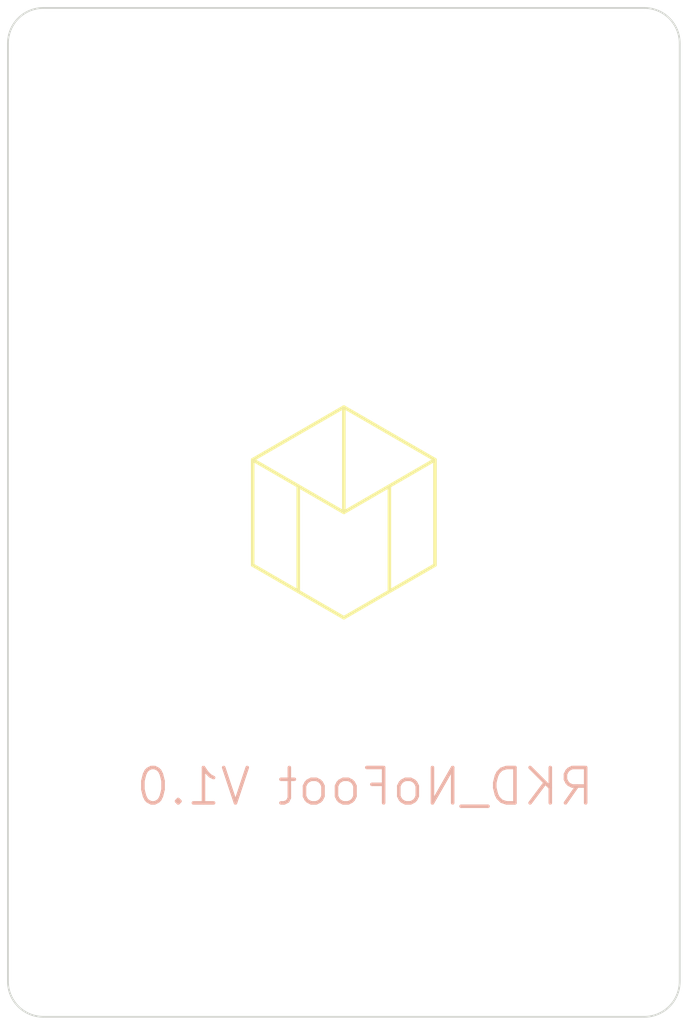
<source format=kicad_pcb>
(kicad_pcb (version 20240108) (generator "pcbnew") (generator_version "8.0")
  (layers (0 "F.Cu" signal) (31 "B.Cu" signal) (34 "B.Paste" user) (35 "F.Paste" user) (36 "B.SilkS" user "B.Silkscreen") (37 "F.SilkS" user "F.Silkscreen") (38 "B.Mask" user) (39 "F.Mask" user) (44 "Edge.Cuts" user))
  (net 0 "")
  (footprint "Rikkodo_FootPrint:rkd_SekiBall_ScrewHall" (layer "F.Cu") (at 30.95625 101.203125 90)
    (property "Reference" "REF**" (hide yes))
    (property "Value" "rkd_SekiBall_ScrewHall")
    (pad "" np_thru_hole oval (at -4.2 -5.1 90) (size 2.4 1.6) (drill oval 2.4 1.6) (layers "F&B.Cu" "*.Mask"))
    (pad "" np_thru_hole oval (at -4.2 5.1 90) (size 2.4 1.6) (drill oval 2.4 1.6) (layers "F&B.Cu" "*.Mask"))
    (pad "" np_thru_hole oval (at 4.2 -5.1 90) (size 2.4 1.6) (drill oval 2.4 1.6) (layers "F&B.Cu" "*.Mask"))
    (pad "" np_thru_hole oval (at 4.2 5.1 90) (size 2.4 1.6) (drill oval 2.4 1.6) (layers "F&B.Cu" "*.Mask"))
  )
  (footprint "Rikkodo_FootPrint:rkd_LOGO" (layer "F.Cu") (at 30.95625 101.203125)
    (property "Reference" "REF**" (hide yes))
    (property "Value" "rkd_LOGO" (hide yes))
    (fp_line (start -2.577777 -1.48828) (end -2.577777 1.48828) (stroke (width 0.1)) (layer "F.SilkS"))
    (fp_line (start -2.577777 -1.48828) (end 0 0) (stroke (width 0.1)) (layer "F.SilkS"))
    (fp_line (start -2.577777 1.48828) (end 0 2.97656) (stroke (width 0.1)) (layer "F.SilkS"))
    (fp_line (start -1.288889 -0.74414) (end -1.288889 2.23242) (stroke (width 0.1)) (layer "F.SilkS"))
    (fp_line (start 0 -2.97656) (end -2.577777 -1.48828) (stroke (width 0.1)) (layer "F.SilkS"))
    (fp_line (start 0 -2.97656) (end 0 0) (stroke (width 0.1)) (layer "F.SilkS"))
    (fp_line (start 0 -2.97656) (end 2.577777 -1.48828) (stroke (width 0.1)) (layer "F.SilkS"))
    (fp_line (start 0 2.97656) (end 2.577777 1.48828) (stroke (width 0.1)) (layer "F.SilkS"))
    (fp_line (start 1.288888 -0.74414) (end 1.288888 2.23242) (stroke (width 0.1)) (layer "F.SilkS"))
    (fp_line (start 2.577777 -1.48828) (end 0 0) (stroke (width 0.1)) (layer "F.SilkS"))
    (fp_line (start 2.577777 -1.48828) (end 2.577777 1.48828) (stroke (width 0.1)) (layer "F.SilkS"))
  )
  (footprint "Rikkodo_FootPrint:rkd_Point_Cut" (layer "F.Cu") (at 30.9563 101.2031)
    (property "Reference" "M1" (hide yes))
    (property "Value" "Mark" (hide yes))
    (fp_line (start -9.5 -13.25) (end -9.5 13.25) (stroke (width 0.05)) (layer "Edge.Cuts"))
    (fp_line (start -8.5 -14.25) (end 8.5 -14.25) (stroke (width 0.05)) (layer "Edge.Cuts"))
    (fp_line (start 8.5 14.25) (end -8.5 14.25) (stroke (width 0.05)) (layer "Edge.Cuts"))
    (fp_line (start 9.5 -13.25) (end 9.5 13.25) (stroke (width 0.05)) (layer "Edge.Cuts"))
    (fp_arc (start -9.5 -13.25) (mid -9.207107 -13.957107) (end -8.5 -14.25) (stroke (width 0.05)) (layer "Edge.Cuts"))
    (fp_arc (start -8.5 14.25) (mid -9.207107 13.957107) (end -9.5 13.25) (stroke (width 0.05)) (layer "Edge.Cuts"))
    (fp_arc (start 8.5 -14.25) (mid 9.207107 -13.957107) (end 9.5 -13.25) (stroke (width 0.05)) (layer "Edge.Cuts"))
    (fp_arc (start 9.5 13.25) (mid 9.207107 13.957107) (end 8.5 14.25) (stroke (width 0.05)) (layer "Edge.Cuts"))
    (pad "" np_thru_hole circle (at -7.25 -12) (size 2.2 2.2) (drill 2.2) (layers "*.Cu" "*.Mask"))
    (pad "" np_thru_hole circle (at -7.25 12) (size 2.2 2.2) (drill 2.2) (layers "*.Cu" "*.Mask"))
    (pad "" np_thru_hole circle (at 7.25 -12) (size 2.2 2.2) (drill 2.2) (layers "*.Cu" "*.Mask"))
    (pad "" np_thru_hole circle (at 7.25 12) (size 2.2 2.2) (drill 2.2) (layers "*.Cu" "*.Mask"))
  )
  (footprint "Rikkodo_FootPrint:rkd_SekiBall_ScrewHall" (layer "F.Cu") (at 30.95625 101.203125)
    (property "Reference" "REF**" (hide yes))
    (property "Value" "rkd_SekiBall_ScrewHall")
    (pad "" np_thru_hole oval (at -4.2 -5.1) (size 2.4 1.6) (drill oval 2.4 1.6) (layers "F&B.Cu" "*.Mask"))
    (pad "" np_thru_hole oval (at -4.2 5.1) (size 2.4 1.6) (drill oval 2.4 1.6) (layers "F&B.Cu" "*.Mask"))
    (pad "" np_thru_hole oval (at 4.2 -5.1) (size 2.4 1.6) (drill oval 2.4 1.6) (layers "F&B.Cu" "*.Mask"))
    (pad "" np_thru_hole oval (at 4.2 5.1) (size 2.4 1.6) (drill oval 2.4 1.6) (layers "F&B.Cu" "*.Mask"))
  )
  (gr_text "RKD_NoFoot V1.0" (at 38.1 109.5375 0) (layer "B.SilkS") (effects (font (size 1 1) (thickness 0.1)) (justify left bottom mirror)))
)
</source>
